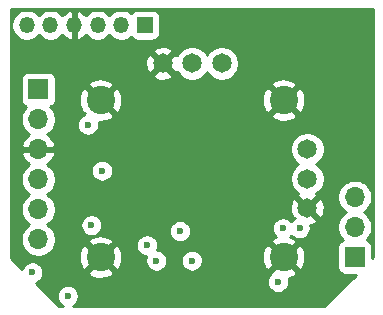
<source format=gbr>
G04 #@! TF.GenerationSoftware,KiCad,Pcbnew,(5.1.6-0-10_14)*
G04 #@! TF.CreationDate,2020-10-20T16:11:55+02:00*
G04 #@! TF.ProjectId,ProStick64_PCB_v6,50726f53-7469-4636-9b36-345f5043425f,rev?*
G04 #@! TF.SameCoordinates,Original*
G04 #@! TF.FileFunction,Copper,L3,Inr*
G04 #@! TF.FilePolarity,Positive*
%FSLAX46Y46*%
G04 Gerber Fmt 4.6, Leading zero omitted, Abs format (unit mm)*
G04 Created by KiCad (PCBNEW (5.1.6-0-10_14)) date 2020-10-20 16:11:55*
%MOMM*%
%LPD*%
G01*
G04 APERTURE LIST*
G04 #@! TA.AperFunction,ViaPad*
%ADD10R,1.700000X1.700000*%
G04 #@! TD*
G04 #@! TA.AperFunction,ViaPad*
%ADD11O,1.700000X1.700000*%
G04 #@! TD*
G04 #@! TA.AperFunction,ViaPad*
%ADD12C,1.650000*%
G04 #@! TD*
G04 #@! TA.AperFunction,ViaPad*
%ADD13C,2.400000*%
G04 #@! TD*
G04 #@! TA.AperFunction,ViaPad*
%ADD14R,1.350000X1.350000*%
G04 #@! TD*
G04 #@! TA.AperFunction,ViaPad*
%ADD15O,1.350000X1.350000*%
G04 #@! TD*
G04 #@! TA.AperFunction,ViaPad*
%ADD16C,1.000000*%
G04 #@! TD*
G04 #@! TA.AperFunction,ViaPad*
%ADD17C,0.600000*%
G04 #@! TD*
G04 #@! TA.AperFunction,Conductor*
%ADD18C,0.254000*%
G04 #@! TD*
G04 APERTURE END LIST*
D10*
X133000000Y-67500000D03*
D11*
X133000000Y-70040000D03*
X133000000Y-72580000D03*
X133000000Y-75120000D03*
X133000000Y-77660000D03*
X133000000Y-80200000D03*
D12*
X155775000Y-77559000D03*
X143525000Y-65309000D03*
X155775000Y-75059000D03*
X146025000Y-65309000D03*
X155775000Y-72559000D03*
X148525000Y-65309000D03*
D13*
X138275000Y-68409000D03*
X138275000Y-81709000D03*
X153775000Y-81709000D03*
X153775000Y-68409000D03*
D10*
X159800000Y-81700000D03*
D11*
X159800000Y-79160000D03*
X159800000Y-76620000D03*
D14*
X142025000Y-62059000D03*
D15*
X140025000Y-62059000D03*
X138025000Y-62059000D03*
X136025000Y-62059000D03*
X134025000Y-62059000D03*
X132025000Y-62059000D03*
D16*
X152960000Y-73859000D03*
D17*
X149400000Y-76800000D03*
X149200000Y-84500000D03*
X141000000Y-85000000D03*
X153300000Y-83800000D03*
X137500000Y-79000000D03*
X137200000Y-70500000D03*
X138400000Y-74380001D03*
X132500000Y-83000000D03*
X153725000Y-79259000D03*
X142200000Y-80700000D03*
X155125000Y-79259000D03*
X145000000Y-79500000D03*
X135500000Y-85000000D03*
X143000000Y-82000000D03*
X146000000Y-82000000D03*
D18*
G36*
X161340001Y-81726618D02*
G01*
X161288072Y-81778547D01*
X161288072Y-80850000D01*
X161275812Y-80725518D01*
X161239502Y-80605820D01*
X161180537Y-80495506D01*
X161101185Y-80398815D01*
X161004494Y-80319463D01*
X160894180Y-80260498D01*
X160821620Y-80238487D01*
X160953475Y-80106632D01*
X161115990Y-79863411D01*
X161227932Y-79593158D01*
X161285000Y-79306260D01*
X161285000Y-79013740D01*
X161227932Y-78726842D01*
X161115990Y-78456589D01*
X160953475Y-78213368D01*
X160746632Y-78006525D01*
X160572240Y-77890000D01*
X160746632Y-77773475D01*
X160953475Y-77566632D01*
X161115990Y-77323411D01*
X161227932Y-77053158D01*
X161285000Y-76766260D01*
X161285000Y-76473740D01*
X161227932Y-76186842D01*
X161115990Y-75916589D01*
X160953475Y-75673368D01*
X160746632Y-75466525D01*
X160503411Y-75304010D01*
X160233158Y-75192068D01*
X159946260Y-75135000D01*
X159653740Y-75135000D01*
X159366842Y-75192068D01*
X159096589Y-75304010D01*
X158853368Y-75466525D01*
X158646525Y-75673368D01*
X158484010Y-75916589D01*
X158372068Y-76186842D01*
X158315000Y-76473740D01*
X158315000Y-76766260D01*
X158372068Y-77053158D01*
X158484010Y-77323411D01*
X158646525Y-77566632D01*
X158853368Y-77773475D01*
X159027760Y-77890000D01*
X158853368Y-78006525D01*
X158646525Y-78213368D01*
X158484010Y-78456589D01*
X158372068Y-78726842D01*
X158315000Y-79013740D01*
X158315000Y-79306260D01*
X158372068Y-79593158D01*
X158484010Y-79863411D01*
X158646525Y-80106632D01*
X158778380Y-80238487D01*
X158705820Y-80260498D01*
X158595506Y-80319463D01*
X158498815Y-80398815D01*
X158419463Y-80495506D01*
X158360498Y-80605820D01*
X158324188Y-80725518D01*
X158311928Y-80850000D01*
X158311928Y-82550000D01*
X158324188Y-82674482D01*
X158360498Y-82794180D01*
X158419463Y-82904494D01*
X158498815Y-83001185D01*
X158595506Y-83080537D01*
X158705820Y-83139502D01*
X158825518Y-83175812D01*
X158950000Y-83188072D01*
X159878547Y-83188072D01*
X157226620Y-85840000D01*
X135915333Y-85840000D01*
X135942889Y-85828586D01*
X136096028Y-85726262D01*
X136226262Y-85596028D01*
X136328586Y-85442889D01*
X136399068Y-85272729D01*
X136435000Y-85092089D01*
X136435000Y-84907911D01*
X136399068Y-84727271D01*
X136328586Y-84557111D01*
X136226262Y-84403972D01*
X136096028Y-84273738D01*
X135942889Y-84171414D01*
X135772729Y-84100932D01*
X135592089Y-84065000D01*
X135407911Y-84065000D01*
X135227271Y-84100932D01*
X135057111Y-84171414D01*
X134903972Y-84273738D01*
X134773738Y-84403972D01*
X134671414Y-84557111D01*
X134600932Y-84727271D01*
X134565000Y-84907911D01*
X134565000Y-85092089D01*
X134600932Y-85272729D01*
X134671414Y-85442889D01*
X134773738Y-85596028D01*
X134903972Y-85726262D01*
X135057111Y-85828586D01*
X135084667Y-85840000D01*
X134773381Y-85840000D01*
X132814957Y-83881577D01*
X132942889Y-83828586D01*
X133096028Y-83726262D01*
X133114379Y-83707911D01*
X152365000Y-83707911D01*
X152365000Y-83892089D01*
X152400932Y-84072729D01*
X152471414Y-84242889D01*
X152573738Y-84396028D01*
X152703972Y-84526262D01*
X152857111Y-84628586D01*
X153027271Y-84699068D01*
X153207911Y-84735000D01*
X153392089Y-84735000D01*
X153572729Y-84699068D01*
X153742889Y-84628586D01*
X153896028Y-84526262D01*
X154026262Y-84396028D01*
X154128586Y-84242889D01*
X154199068Y-84072729D01*
X154235000Y-83892089D01*
X154235000Y-83707911D01*
X154199068Y-83527271D01*
X154190000Y-83505379D01*
X154530833Y-83390846D01*
X154753486Y-83271836D01*
X154873374Y-82986980D01*
X153775000Y-81888605D01*
X152676626Y-82986980D01*
X152711128Y-83068957D01*
X152703972Y-83073738D01*
X152573738Y-83203972D01*
X152471414Y-83357111D01*
X152400932Y-83527271D01*
X152365000Y-83707911D01*
X133114379Y-83707911D01*
X133226262Y-83596028D01*
X133328586Y-83442889D01*
X133399068Y-83272729D01*
X133435000Y-83092089D01*
X133435000Y-82986980D01*
X137176626Y-82986980D01*
X137296514Y-83271836D01*
X137620210Y-83432699D01*
X137969069Y-83527322D01*
X138329684Y-83552067D01*
X138688198Y-83505985D01*
X139030833Y-83390846D01*
X139253486Y-83271836D01*
X139373374Y-82986980D01*
X138275000Y-81888605D01*
X137176626Y-82986980D01*
X133435000Y-82986980D01*
X133435000Y-82907911D01*
X133399068Y-82727271D01*
X133328586Y-82557111D01*
X133226262Y-82403972D01*
X133096028Y-82273738D01*
X132942889Y-82171414D01*
X132772729Y-82100932D01*
X132592089Y-82065000D01*
X132407911Y-82065000D01*
X132227271Y-82100932D01*
X132057111Y-82171414D01*
X131903972Y-82273738D01*
X131773738Y-82403972D01*
X131671414Y-82557111D01*
X131618423Y-82685043D01*
X130697064Y-81763684D01*
X136431933Y-81763684D01*
X136478015Y-82122198D01*
X136593154Y-82464833D01*
X136712164Y-82687486D01*
X136997020Y-82807374D01*
X138095395Y-81709000D01*
X138454605Y-81709000D01*
X139552980Y-82807374D01*
X139837836Y-82687486D01*
X139998699Y-82363790D01*
X140093322Y-82014931D01*
X140118067Y-81654316D01*
X140071985Y-81295802D01*
X139956846Y-80953167D01*
X139837836Y-80730514D01*
X139552980Y-80610626D01*
X138454605Y-81709000D01*
X138095395Y-81709000D01*
X136997020Y-80610626D01*
X136712164Y-80730514D01*
X136551301Y-81054210D01*
X136456678Y-81403069D01*
X136431933Y-81763684D01*
X130697064Y-81763684D01*
X130660000Y-81726620D01*
X130660000Y-74973740D01*
X131515000Y-74973740D01*
X131515000Y-75266260D01*
X131572068Y-75553158D01*
X131684010Y-75823411D01*
X131846525Y-76066632D01*
X132053368Y-76273475D01*
X132227760Y-76390000D01*
X132053368Y-76506525D01*
X131846525Y-76713368D01*
X131684010Y-76956589D01*
X131572068Y-77226842D01*
X131515000Y-77513740D01*
X131515000Y-77806260D01*
X131572068Y-78093158D01*
X131684010Y-78363411D01*
X131846525Y-78606632D01*
X132053368Y-78813475D01*
X132227760Y-78930000D01*
X132053368Y-79046525D01*
X131846525Y-79253368D01*
X131684010Y-79496589D01*
X131572068Y-79766842D01*
X131515000Y-80053740D01*
X131515000Y-80346260D01*
X131572068Y-80633158D01*
X131684010Y-80903411D01*
X131846525Y-81146632D01*
X132053368Y-81353475D01*
X132296589Y-81515990D01*
X132566842Y-81627932D01*
X132853740Y-81685000D01*
X133146260Y-81685000D01*
X133433158Y-81627932D01*
X133703411Y-81515990D01*
X133946632Y-81353475D01*
X134153475Y-81146632D01*
X134315990Y-80903411D01*
X134427932Y-80633158D01*
X134468140Y-80431020D01*
X137176626Y-80431020D01*
X138275000Y-81529395D01*
X139196483Y-80607911D01*
X141265000Y-80607911D01*
X141265000Y-80792089D01*
X141300932Y-80972729D01*
X141371414Y-81142889D01*
X141473738Y-81296028D01*
X141603972Y-81426262D01*
X141757111Y-81528586D01*
X141927271Y-81599068D01*
X142107911Y-81635000D01*
X142139152Y-81635000D01*
X142100932Y-81727271D01*
X142065000Y-81907911D01*
X142065000Y-82092089D01*
X142100932Y-82272729D01*
X142171414Y-82442889D01*
X142273738Y-82596028D01*
X142403972Y-82726262D01*
X142557111Y-82828586D01*
X142727271Y-82899068D01*
X142907911Y-82935000D01*
X143092089Y-82935000D01*
X143272729Y-82899068D01*
X143442889Y-82828586D01*
X143596028Y-82726262D01*
X143726262Y-82596028D01*
X143828586Y-82442889D01*
X143899068Y-82272729D01*
X143935000Y-82092089D01*
X143935000Y-81907911D01*
X145065000Y-81907911D01*
X145065000Y-82092089D01*
X145100932Y-82272729D01*
X145171414Y-82442889D01*
X145273738Y-82596028D01*
X145403972Y-82726262D01*
X145557111Y-82828586D01*
X145727271Y-82899068D01*
X145907911Y-82935000D01*
X146092089Y-82935000D01*
X146272729Y-82899068D01*
X146442889Y-82828586D01*
X146596028Y-82726262D01*
X146726262Y-82596028D01*
X146828586Y-82442889D01*
X146899068Y-82272729D01*
X146935000Y-82092089D01*
X146935000Y-81907911D01*
X146906312Y-81763684D01*
X151931933Y-81763684D01*
X151978015Y-82122198D01*
X152093154Y-82464833D01*
X152212164Y-82687486D01*
X152497020Y-82807374D01*
X153595395Y-81709000D01*
X153954605Y-81709000D01*
X155052980Y-82807374D01*
X155337836Y-82687486D01*
X155498699Y-82363790D01*
X155593322Y-82014931D01*
X155618067Y-81654316D01*
X155571985Y-81295802D01*
X155456846Y-80953167D01*
X155337836Y-80730514D01*
X155052980Y-80610626D01*
X153954605Y-81709000D01*
X153595395Y-81709000D01*
X152497020Y-80610626D01*
X152212164Y-80730514D01*
X152051301Y-81054210D01*
X151956678Y-81403069D01*
X151931933Y-81763684D01*
X146906312Y-81763684D01*
X146899068Y-81727271D01*
X146828586Y-81557111D01*
X146726262Y-81403972D01*
X146596028Y-81273738D01*
X146442889Y-81171414D01*
X146272729Y-81100932D01*
X146092089Y-81065000D01*
X145907911Y-81065000D01*
X145727271Y-81100932D01*
X145557111Y-81171414D01*
X145403972Y-81273738D01*
X145273738Y-81403972D01*
X145171414Y-81557111D01*
X145100932Y-81727271D01*
X145065000Y-81907911D01*
X143935000Y-81907911D01*
X143899068Y-81727271D01*
X143828586Y-81557111D01*
X143726262Y-81403972D01*
X143596028Y-81273738D01*
X143442889Y-81171414D01*
X143272729Y-81100932D01*
X143092089Y-81065000D01*
X143060848Y-81065000D01*
X143099068Y-80972729D01*
X143135000Y-80792089D01*
X143135000Y-80607911D01*
X143099068Y-80427271D01*
X143028586Y-80257111D01*
X142926262Y-80103972D01*
X142796028Y-79973738D01*
X142642889Y-79871414D01*
X142472729Y-79800932D01*
X142292089Y-79765000D01*
X142107911Y-79765000D01*
X141927271Y-79800932D01*
X141757111Y-79871414D01*
X141603972Y-79973738D01*
X141473738Y-80103972D01*
X141371414Y-80257111D01*
X141300932Y-80427271D01*
X141265000Y-80607911D01*
X139196483Y-80607911D01*
X139373374Y-80431020D01*
X139253486Y-80146164D01*
X138929790Y-79985301D01*
X138580931Y-79890678D01*
X138220316Y-79865933D01*
X137861802Y-79912015D01*
X137519167Y-80027154D01*
X137296514Y-80146164D01*
X137176626Y-80431020D01*
X134468140Y-80431020D01*
X134485000Y-80346260D01*
X134485000Y-80053740D01*
X134427932Y-79766842D01*
X134315990Y-79496589D01*
X134153475Y-79253368D01*
X133946632Y-79046525D01*
X133772240Y-78930000D01*
X133805298Y-78907911D01*
X136565000Y-78907911D01*
X136565000Y-79092089D01*
X136600932Y-79272729D01*
X136671414Y-79442889D01*
X136773738Y-79596028D01*
X136903972Y-79726262D01*
X137057111Y-79828586D01*
X137227271Y-79899068D01*
X137407911Y-79935000D01*
X137592089Y-79935000D01*
X137772729Y-79899068D01*
X137942889Y-79828586D01*
X138096028Y-79726262D01*
X138226262Y-79596028D01*
X138328586Y-79442889D01*
X138343074Y-79407911D01*
X144065000Y-79407911D01*
X144065000Y-79592089D01*
X144100932Y-79772729D01*
X144171414Y-79942889D01*
X144273738Y-80096028D01*
X144403972Y-80226262D01*
X144557111Y-80328586D01*
X144727271Y-80399068D01*
X144907911Y-80435000D01*
X145092089Y-80435000D01*
X145112097Y-80431020D01*
X152676626Y-80431020D01*
X153775000Y-81529395D01*
X154873374Y-80431020D01*
X154753486Y-80146164D01*
X154429790Y-79985301D01*
X154344203Y-79962087D01*
X154425000Y-79881290D01*
X154528972Y-79985262D01*
X154682111Y-80087586D01*
X154852271Y-80158068D01*
X155032911Y-80194000D01*
X155217089Y-80194000D01*
X155397729Y-80158068D01*
X155567889Y-80087586D01*
X155721028Y-79985262D01*
X155851262Y-79855028D01*
X155953586Y-79701889D01*
X156024068Y-79531729D01*
X156060000Y-79351089D01*
X156060000Y-79166911D01*
X156026353Y-78997758D01*
X156129074Y-78982697D01*
X156400020Y-78886265D01*
X156531337Y-78816073D01*
X156605946Y-78569551D01*
X155775000Y-77738605D01*
X155760858Y-77752748D01*
X155581253Y-77573143D01*
X155595395Y-77559000D01*
X155954605Y-77559000D01*
X156785551Y-78389946D01*
X157032073Y-78315337D01*
X157155473Y-78055561D01*
X157225823Y-77776703D01*
X157240417Y-77489479D01*
X157198697Y-77204926D01*
X157102265Y-76933980D01*
X157032073Y-76802663D01*
X156785551Y-76728054D01*
X155954605Y-77559000D01*
X155595395Y-77559000D01*
X154764449Y-76728054D01*
X154517927Y-76802663D01*
X154394527Y-77062439D01*
X154324177Y-77341297D01*
X154309583Y-77628521D01*
X154351303Y-77913074D01*
X154447735Y-78184020D01*
X154517927Y-78315337D01*
X154764447Y-78389945D01*
X154753582Y-78400810D01*
X154682111Y-78430414D01*
X154528972Y-78532738D01*
X154425000Y-78636710D01*
X154321028Y-78532738D01*
X154167889Y-78430414D01*
X153997729Y-78359932D01*
X153817089Y-78324000D01*
X153632911Y-78324000D01*
X153452271Y-78359932D01*
X153282111Y-78430414D01*
X153128972Y-78532738D01*
X152998738Y-78662972D01*
X152896414Y-78816111D01*
X152825932Y-78986271D01*
X152790000Y-79166911D01*
X152790000Y-79351089D01*
X152825932Y-79531729D01*
X152896414Y-79701889D01*
X152998738Y-79855028D01*
X153128972Y-79985262D01*
X153133944Y-79988584D01*
X153019167Y-80027154D01*
X152796514Y-80146164D01*
X152676626Y-80431020D01*
X145112097Y-80431020D01*
X145272729Y-80399068D01*
X145442889Y-80328586D01*
X145596028Y-80226262D01*
X145726262Y-80096028D01*
X145828586Y-79942889D01*
X145899068Y-79772729D01*
X145935000Y-79592089D01*
X145935000Y-79407911D01*
X145899068Y-79227271D01*
X145828586Y-79057111D01*
X145726262Y-78903972D01*
X145596028Y-78773738D01*
X145442889Y-78671414D01*
X145272729Y-78600932D01*
X145092089Y-78565000D01*
X144907911Y-78565000D01*
X144727271Y-78600932D01*
X144557111Y-78671414D01*
X144403972Y-78773738D01*
X144273738Y-78903972D01*
X144171414Y-79057111D01*
X144100932Y-79227271D01*
X144065000Y-79407911D01*
X138343074Y-79407911D01*
X138399068Y-79272729D01*
X138435000Y-79092089D01*
X138435000Y-78907911D01*
X138399068Y-78727271D01*
X138328586Y-78557111D01*
X138226262Y-78403972D01*
X138096028Y-78273738D01*
X137942889Y-78171414D01*
X137772729Y-78100932D01*
X137592089Y-78065000D01*
X137407911Y-78065000D01*
X137227271Y-78100932D01*
X137057111Y-78171414D01*
X136903972Y-78273738D01*
X136773738Y-78403972D01*
X136671414Y-78557111D01*
X136600932Y-78727271D01*
X136565000Y-78907911D01*
X133805298Y-78907911D01*
X133946632Y-78813475D01*
X134153475Y-78606632D01*
X134315990Y-78363411D01*
X134427932Y-78093158D01*
X134485000Y-77806260D01*
X134485000Y-77513740D01*
X134427932Y-77226842D01*
X134315990Y-76956589D01*
X134153475Y-76713368D01*
X133946632Y-76506525D01*
X133772240Y-76390000D01*
X133946632Y-76273475D01*
X134153475Y-76066632D01*
X134315990Y-75823411D01*
X134427932Y-75553158D01*
X134485000Y-75266260D01*
X134485000Y-74973740D01*
X134427932Y-74686842D01*
X134315990Y-74416589D01*
X134230011Y-74287912D01*
X137465000Y-74287912D01*
X137465000Y-74472090D01*
X137500932Y-74652730D01*
X137571414Y-74822890D01*
X137673738Y-74976029D01*
X137803972Y-75106263D01*
X137957111Y-75208587D01*
X138127271Y-75279069D01*
X138307911Y-75315001D01*
X138492089Y-75315001D01*
X138672729Y-75279069D01*
X138842889Y-75208587D01*
X138996028Y-75106263D01*
X139126262Y-74976029D01*
X139228586Y-74822890D01*
X139299068Y-74652730D01*
X139335000Y-74472090D01*
X139335000Y-74287912D01*
X139299068Y-74107272D01*
X139228586Y-73937112D01*
X139126262Y-73783973D01*
X138996028Y-73653739D01*
X138842889Y-73551415D01*
X138672729Y-73480933D01*
X138492089Y-73445001D01*
X138307911Y-73445001D01*
X138127271Y-73480933D01*
X137957111Y-73551415D01*
X137803972Y-73653739D01*
X137673738Y-73783973D01*
X137571414Y-73937112D01*
X137500932Y-74107272D01*
X137465000Y-74287912D01*
X134230011Y-74287912D01*
X134153475Y-74173368D01*
X133946632Y-73966525D01*
X133764466Y-73844805D01*
X133881355Y-73775178D01*
X134097588Y-73580269D01*
X134271641Y-73346920D01*
X134396825Y-73084099D01*
X134441476Y-72936890D01*
X134320155Y-72707000D01*
X133127000Y-72707000D01*
X133127000Y-72727000D01*
X132873000Y-72727000D01*
X132873000Y-72707000D01*
X131679845Y-72707000D01*
X131558524Y-72936890D01*
X131603175Y-73084099D01*
X131728359Y-73346920D01*
X131902412Y-73580269D01*
X132118645Y-73775178D01*
X132235534Y-73844805D01*
X132053368Y-73966525D01*
X131846525Y-74173368D01*
X131684010Y-74416589D01*
X131572068Y-74686842D01*
X131515000Y-74973740D01*
X130660000Y-74973740D01*
X130660000Y-66650000D01*
X131511928Y-66650000D01*
X131511928Y-68350000D01*
X131524188Y-68474482D01*
X131560498Y-68594180D01*
X131619463Y-68704494D01*
X131698815Y-68801185D01*
X131795506Y-68880537D01*
X131905820Y-68939502D01*
X131978380Y-68961513D01*
X131846525Y-69093368D01*
X131684010Y-69336589D01*
X131572068Y-69606842D01*
X131515000Y-69893740D01*
X131515000Y-70186260D01*
X131572068Y-70473158D01*
X131684010Y-70743411D01*
X131846525Y-70986632D01*
X132053368Y-71193475D01*
X132235534Y-71315195D01*
X132118645Y-71384822D01*
X131902412Y-71579731D01*
X131728359Y-71813080D01*
X131603175Y-72075901D01*
X131558524Y-72223110D01*
X131679845Y-72453000D01*
X132873000Y-72453000D01*
X132873000Y-72433000D01*
X133127000Y-72433000D01*
X133127000Y-72453000D01*
X134320155Y-72453000D01*
X134340101Y-72415203D01*
X154315000Y-72415203D01*
X154315000Y-72702797D01*
X154371107Y-72984866D01*
X154481165Y-73250569D01*
X154640944Y-73489696D01*
X154844304Y-73693056D01*
X155017827Y-73809000D01*
X154844304Y-73924944D01*
X154640944Y-74128304D01*
X154481165Y-74367431D01*
X154371107Y-74633134D01*
X154315000Y-74915203D01*
X154315000Y-75202797D01*
X154371107Y-75484866D01*
X154481165Y-75750569D01*
X154640944Y-75989696D01*
X154844304Y-76193056D01*
X155016742Y-76308275D01*
X154944054Y-76548449D01*
X155775000Y-77379395D01*
X156605946Y-76548449D01*
X156533258Y-76308275D01*
X156705696Y-76193056D01*
X156909056Y-75989696D01*
X157068835Y-75750569D01*
X157178893Y-75484866D01*
X157235000Y-75202797D01*
X157235000Y-74915203D01*
X157178893Y-74633134D01*
X157068835Y-74367431D01*
X156909056Y-74128304D01*
X156705696Y-73924944D01*
X156532173Y-73809000D01*
X156705696Y-73693056D01*
X156909056Y-73489696D01*
X157068835Y-73250569D01*
X157178893Y-72984866D01*
X157235000Y-72702797D01*
X157235000Y-72415203D01*
X157178893Y-72133134D01*
X157068835Y-71867431D01*
X156909056Y-71628304D01*
X156705696Y-71424944D01*
X156466569Y-71265165D01*
X156200866Y-71155107D01*
X155918797Y-71099000D01*
X155631203Y-71099000D01*
X155349134Y-71155107D01*
X155083431Y-71265165D01*
X154844304Y-71424944D01*
X154640944Y-71628304D01*
X154481165Y-71867431D01*
X154371107Y-72133134D01*
X154315000Y-72415203D01*
X134340101Y-72415203D01*
X134441476Y-72223110D01*
X134396825Y-72075901D01*
X134271641Y-71813080D01*
X134097588Y-71579731D01*
X133881355Y-71384822D01*
X133764466Y-71315195D01*
X133946632Y-71193475D01*
X134153475Y-70986632D01*
X134315990Y-70743411D01*
X134427932Y-70473158D01*
X134440910Y-70407911D01*
X136265000Y-70407911D01*
X136265000Y-70592089D01*
X136300932Y-70772729D01*
X136371414Y-70942889D01*
X136473738Y-71096028D01*
X136603972Y-71226262D01*
X136757111Y-71328586D01*
X136927271Y-71399068D01*
X137107911Y-71435000D01*
X137292089Y-71435000D01*
X137472729Y-71399068D01*
X137642889Y-71328586D01*
X137796028Y-71226262D01*
X137926262Y-71096028D01*
X138028586Y-70942889D01*
X138099068Y-70772729D01*
X138135000Y-70592089D01*
X138135000Y-70407911D01*
X138100877Y-70236367D01*
X138329684Y-70252067D01*
X138688198Y-70205985D01*
X139030833Y-70090846D01*
X139253486Y-69971836D01*
X139373374Y-69686980D01*
X152676626Y-69686980D01*
X152796514Y-69971836D01*
X153120210Y-70132699D01*
X153469069Y-70227322D01*
X153829684Y-70252067D01*
X154188198Y-70205985D01*
X154530833Y-70090846D01*
X154753486Y-69971836D01*
X154873374Y-69686980D01*
X153775000Y-68588605D01*
X152676626Y-69686980D01*
X139373374Y-69686980D01*
X138275000Y-68588605D01*
X138260858Y-68602748D01*
X138081252Y-68423142D01*
X138095395Y-68409000D01*
X138454605Y-68409000D01*
X139552980Y-69507374D01*
X139837836Y-69387486D01*
X139998699Y-69063790D01*
X140093322Y-68714931D01*
X140110562Y-68463684D01*
X151931933Y-68463684D01*
X151978015Y-68822198D01*
X152093154Y-69164833D01*
X152212164Y-69387486D01*
X152497020Y-69507374D01*
X153595395Y-68409000D01*
X153954605Y-68409000D01*
X155052980Y-69507374D01*
X155337836Y-69387486D01*
X155498699Y-69063790D01*
X155593322Y-68714931D01*
X155618067Y-68354316D01*
X155571985Y-67995802D01*
X155456846Y-67653167D01*
X155337836Y-67430514D01*
X155052980Y-67310626D01*
X153954605Y-68409000D01*
X153595395Y-68409000D01*
X152497020Y-67310626D01*
X152212164Y-67430514D01*
X152051301Y-67754210D01*
X151956678Y-68103069D01*
X151931933Y-68463684D01*
X140110562Y-68463684D01*
X140118067Y-68354316D01*
X140071985Y-67995802D01*
X139956846Y-67653167D01*
X139837836Y-67430514D01*
X139552980Y-67310626D01*
X138454605Y-68409000D01*
X138095395Y-68409000D01*
X136997020Y-67310626D01*
X136712164Y-67430514D01*
X136551301Y-67754210D01*
X136456678Y-68103069D01*
X136431933Y-68463684D01*
X136478015Y-68822198D01*
X136593154Y-69164833D01*
X136712164Y-69387486D01*
X136997019Y-69507373D01*
X136886623Y-69617769D01*
X136757111Y-69671414D01*
X136603972Y-69773738D01*
X136473738Y-69903972D01*
X136371414Y-70057111D01*
X136300932Y-70227271D01*
X136265000Y-70407911D01*
X134440910Y-70407911D01*
X134485000Y-70186260D01*
X134485000Y-69893740D01*
X134427932Y-69606842D01*
X134315990Y-69336589D01*
X134153475Y-69093368D01*
X134021620Y-68961513D01*
X134094180Y-68939502D01*
X134204494Y-68880537D01*
X134301185Y-68801185D01*
X134380537Y-68704494D01*
X134439502Y-68594180D01*
X134475812Y-68474482D01*
X134488072Y-68350000D01*
X134488072Y-67131020D01*
X137176626Y-67131020D01*
X138275000Y-68229395D01*
X139373374Y-67131020D01*
X152676626Y-67131020D01*
X153775000Y-68229395D01*
X154873374Y-67131020D01*
X154753486Y-66846164D01*
X154429790Y-66685301D01*
X154080931Y-66590678D01*
X153720316Y-66565933D01*
X153361802Y-66612015D01*
X153019167Y-66727154D01*
X152796514Y-66846164D01*
X152676626Y-67131020D01*
X139373374Y-67131020D01*
X139253486Y-66846164D01*
X138929790Y-66685301D01*
X138580931Y-66590678D01*
X138220316Y-66565933D01*
X137861802Y-66612015D01*
X137519167Y-66727154D01*
X137296514Y-66846164D01*
X137176626Y-67131020D01*
X134488072Y-67131020D01*
X134488072Y-66650000D01*
X134475812Y-66525518D01*
X134439502Y-66405820D01*
X134393390Y-66319551D01*
X142694054Y-66319551D01*
X142768663Y-66566073D01*
X143028439Y-66689473D01*
X143307297Y-66759823D01*
X143594521Y-66774417D01*
X143879074Y-66732697D01*
X144150020Y-66636265D01*
X144281337Y-66566073D01*
X144355946Y-66319551D01*
X143525000Y-65488605D01*
X142694054Y-66319551D01*
X134393390Y-66319551D01*
X134380537Y-66295506D01*
X134301185Y-66198815D01*
X134204494Y-66119463D01*
X134094180Y-66060498D01*
X133974482Y-66024188D01*
X133850000Y-66011928D01*
X132150000Y-66011928D01*
X132025518Y-66024188D01*
X131905820Y-66060498D01*
X131795506Y-66119463D01*
X131698815Y-66198815D01*
X131619463Y-66295506D01*
X131560498Y-66405820D01*
X131524188Y-66525518D01*
X131511928Y-66650000D01*
X130660000Y-66650000D01*
X130660000Y-65378521D01*
X142059583Y-65378521D01*
X142101303Y-65663074D01*
X142197735Y-65934020D01*
X142267927Y-66065337D01*
X142514449Y-66139946D01*
X143345395Y-65309000D01*
X143704605Y-65309000D01*
X144535551Y-66139946D01*
X144775725Y-66067258D01*
X144890944Y-66239696D01*
X145094304Y-66443056D01*
X145333431Y-66602835D01*
X145599134Y-66712893D01*
X145881203Y-66769000D01*
X146168797Y-66769000D01*
X146450866Y-66712893D01*
X146716569Y-66602835D01*
X146955696Y-66443056D01*
X147159056Y-66239696D01*
X147275000Y-66066173D01*
X147390944Y-66239696D01*
X147594304Y-66443056D01*
X147833431Y-66602835D01*
X148099134Y-66712893D01*
X148381203Y-66769000D01*
X148668797Y-66769000D01*
X148950866Y-66712893D01*
X149216569Y-66602835D01*
X149455696Y-66443056D01*
X149659056Y-66239696D01*
X149818835Y-66000569D01*
X149928893Y-65734866D01*
X149985000Y-65452797D01*
X149985000Y-65165203D01*
X149928893Y-64883134D01*
X149818835Y-64617431D01*
X149659056Y-64378304D01*
X149455696Y-64174944D01*
X149216569Y-64015165D01*
X148950866Y-63905107D01*
X148668797Y-63849000D01*
X148381203Y-63849000D01*
X148099134Y-63905107D01*
X147833431Y-64015165D01*
X147594304Y-64174944D01*
X147390944Y-64378304D01*
X147275000Y-64551827D01*
X147159056Y-64378304D01*
X146955696Y-64174944D01*
X146716569Y-64015165D01*
X146450866Y-63905107D01*
X146168797Y-63849000D01*
X145881203Y-63849000D01*
X145599134Y-63905107D01*
X145333431Y-64015165D01*
X145094304Y-64174944D01*
X144890944Y-64378304D01*
X144775725Y-64550742D01*
X144535551Y-64478054D01*
X143704605Y-65309000D01*
X143345395Y-65309000D01*
X142514449Y-64478054D01*
X142267927Y-64552663D01*
X142144527Y-64812439D01*
X142074177Y-65091297D01*
X142059583Y-65378521D01*
X130660000Y-65378521D01*
X130660000Y-64298449D01*
X142694054Y-64298449D01*
X143525000Y-65129395D01*
X144355946Y-64298449D01*
X144281337Y-64051927D01*
X144021561Y-63928527D01*
X143742703Y-63858177D01*
X143455479Y-63843583D01*
X143170926Y-63885303D01*
X142899980Y-63981735D01*
X142768663Y-64051927D01*
X142694054Y-64298449D01*
X130660000Y-64298449D01*
X130660000Y-61929976D01*
X130715000Y-61929976D01*
X130715000Y-62188024D01*
X130765342Y-62441113D01*
X130864093Y-62679518D01*
X131007456Y-62894077D01*
X131189923Y-63076544D01*
X131404482Y-63219907D01*
X131642887Y-63318658D01*
X131895976Y-63369000D01*
X132154024Y-63369000D01*
X132407113Y-63318658D01*
X132645518Y-63219907D01*
X132860077Y-63076544D01*
X133025000Y-62911621D01*
X133189923Y-63076544D01*
X133404482Y-63219907D01*
X133642887Y-63318658D01*
X133895976Y-63369000D01*
X134154024Y-63369000D01*
X134407113Y-63318658D01*
X134645518Y-63219907D01*
X134860077Y-63076544D01*
X135031681Y-62904940D01*
X135153773Y-63037303D01*
X135361371Y-63188473D01*
X135594472Y-63296238D01*
X135695600Y-63326910D01*
X135898000Y-63203224D01*
X135898000Y-62186000D01*
X135878000Y-62186000D01*
X135878000Y-61932000D01*
X135898000Y-61932000D01*
X135898000Y-60914776D01*
X136152000Y-60914776D01*
X136152000Y-61932000D01*
X136172000Y-61932000D01*
X136172000Y-62186000D01*
X136152000Y-62186000D01*
X136152000Y-63203224D01*
X136354400Y-63326910D01*
X136455528Y-63296238D01*
X136688629Y-63188473D01*
X136896227Y-63037303D01*
X137018319Y-62904940D01*
X137189923Y-63076544D01*
X137404482Y-63219907D01*
X137642887Y-63318658D01*
X137895976Y-63369000D01*
X138154024Y-63369000D01*
X138407113Y-63318658D01*
X138645518Y-63219907D01*
X138860077Y-63076544D01*
X139025000Y-62911621D01*
X139189923Y-63076544D01*
X139404482Y-63219907D01*
X139642887Y-63318658D01*
X139895976Y-63369000D01*
X140154024Y-63369000D01*
X140407113Y-63318658D01*
X140645518Y-63219907D01*
X140827513Y-63098303D01*
X140898815Y-63185185D01*
X140995506Y-63264537D01*
X141105820Y-63323502D01*
X141225518Y-63359812D01*
X141350000Y-63372072D01*
X142700000Y-63372072D01*
X142824482Y-63359812D01*
X142944180Y-63323502D01*
X143054494Y-63264537D01*
X143151185Y-63185185D01*
X143230537Y-63088494D01*
X143289502Y-62978180D01*
X143325812Y-62858482D01*
X143338072Y-62734000D01*
X143338072Y-61384000D01*
X143325812Y-61259518D01*
X143289502Y-61139820D01*
X143230537Y-61029506D01*
X143151185Y-60932815D01*
X143054494Y-60853463D01*
X142944180Y-60794498D01*
X142824482Y-60758188D01*
X142700000Y-60745928D01*
X141350000Y-60745928D01*
X141225518Y-60758188D01*
X141105820Y-60794498D01*
X140995506Y-60853463D01*
X140898815Y-60932815D01*
X140827513Y-61019697D01*
X140645518Y-60898093D01*
X140407113Y-60799342D01*
X140154024Y-60749000D01*
X139895976Y-60749000D01*
X139642887Y-60799342D01*
X139404482Y-60898093D01*
X139189923Y-61041456D01*
X139025000Y-61206379D01*
X138860077Y-61041456D01*
X138645518Y-60898093D01*
X138407113Y-60799342D01*
X138154024Y-60749000D01*
X137895976Y-60749000D01*
X137642887Y-60799342D01*
X137404482Y-60898093D01*
X137189923Y-61041456D01*
X137018319Y-61213060D01*
X136896227Y-61080697D01*
X136688629Y-60929527D01*
X136455528Y-60821762D01*
X136354400Y-60791090D01*
X136152000Y-60914776D01*
X135898000Y-60914776D01*
X135695600Y-60791090D01*
X135594472Y-60821762D01*
X135361371Y-60929527D01*
X135153773Y-61080697D01*
X135031681Y-61213060D01*
X134860077Y-61041456D01*
X134645518Y-60898093D01*
X134407113Y-60799342D01*
X134154024Y-60749000D01*
X133895976Y-60749000D01*
X133642887Y-60799342D01*
X133404482Y-60898093D01*
X133189923Y-61041456D01*
X133025000Y-61206379D01*
X132860077Y-61041456D01*
X132645518Y-60898093D01*
X132407113Y-60799342D01*
X132154024Y-60749000D01*
X131895976Y-60749000D01*
X131642887Y-60799342D01*
X131404482Y-60898093D01*
X131189923Y-61041456D01*
X131007456Y-61223923D01*
X130864093Y-61438482D01*
X130765342Y-61676887D01*
X130715000Y-61929976D01*
X130660000Y-61929976D01*
X130660000Y-60660000D01*
X161340000Y-60660000D01*
X161340001Y-81726618D01*
G37*
X161340001Y-81726618D02*
X161288072Y-81778547D01*
X161288072Y-80850000D01*
X161275812Y-80725518D01*
X161239502Y-80605820D01*
X161180537Y-80495506D01*
X161101185Y-80398815D01*
X161004494Y-80319463D01*
X160894180Y-80260498D01*
X160821620Y-80238487D01*
X160953475Y-80106632D01*
X161115990Y-79863411D01*
X161227932Y-79593158D01*
X161285000Y-79306260D01*
X161285000Y-79013740D01*
X161227932Y-78726842D01*
X161115990Y-78456589D01*
X160953475Y-78213368D01*
X160746632Y-78006525D01*
X160572240Y-77890000D01*
X160746632Y-77773475D01*
X160953475Y-77566632D01*
X161115990Y-77323411D01*
X161227932Y-77053158D01*
X161285000Y-76766260D01*
X161285000Y-76473740D01*
X161227932Y-76186842D01*
X161115990Y-75916589D01*
X160953475Y-75673368D01*
X160746632Y-75466525D01*
X160503411Y-75304010D01*
X160233158Y-75192068D01*
X159946260Y-75135000D01*
X159653740Y-75135000D01*
X159366842Y-75192068D01*
X159096589Y-75304010D01*
X158853368Y-75466525D01*
X158646525Y-75673368D01*
X158484010Y-75916589D01*
X158372068Y-76186842D01*
X158315000Y-76473740D01*
X158315000Y-76766260D01*
X158372068Y-77053158D01*
X158484010Y-77323411D01*
X158646525Y-77566632D01*
X158853368Y-77773475D01*
X159027760Y-77890000D01*
X158853368Y-78006525D01*
X158646525Y-78213368D01*
X158484010Y-78456589D01*
X158372068Y-78726842D01*
X158315000Y-79013740D01*
X158315000Y-79306260D01*
X158372068Y-79593158D01*
X158484010Y-79863411D01*
X158646525Y-80106632D01*
X158778380Y-80238487D01*
X158705820Y-80260498D01*
X158595506Y-80319463D01*
X158498815Y-80398815D01*
X158419463Y-80495506D01*
X158360498Y-80605820D01*
X158324188Y-80725518D01*
X158311928Y-80850000D01*
X158311928Y-82550000D01*
X158324188Y-82674482D01*
X158360498Y-82794180D01*
X158419463Y-82904494D01*
X158498815Y-83001185D01*
X158595506Y-83080537D01*
X158705820Y-83139502D01*
X158825518Y-83175812D01*
X158950000Y-83188072D01*
X159878547Y-83188072D01*
X157226620Y-85840000D01*
X135915333Y-85840000D01*
X135942889Y-85828586D01*
X136096028Y-85726262D01*
X136226262Y-85596028D01*
X136328586Y-85442889D01*
X136399068Y-85272729D01*
X136435000Y-85092089D01*
X136435000Y-84907911D01*
X136399068Y-84727271D01*
X136328586Y-84557111D01*
X136226262Y-84403972D01*
X136096028Y-84273738D01*
X135942889Y-84171414D01*
X135772729Y-84100932D01*
X135592089Y-84065000D01*
X135407911Y-84065000D01*
X135227271Y-84100932D01*
X135057111Y-84171414D01*
X134903972Y-84273738D01*
X134773738Y-84403972D01*
X134671414Y-84557111D01*
X134600932Y-84727271D01*
X134565000Y-84907911D01*
X134565000Y-85092089D01*
X134600932Y-85272729D01*
X134671414Y-85442889D01*
X134773738Y-85596028D01*
X134903972Y-85726262D01*
X135057111Y-85828586D01*
X135084667Y-85840000D01*
X134773381Y-85840000D01*
X132814957Y-83881577D01*
X132942889Y-83828586D01*
X133096028Y-83726262D01*
X133114379Y-83707911D01*
X152365000Y-83707911D01*
X152365000Y-83892089D01*
X152400932Y-84072729D01*
X152471414Y-84242889D01*
X152573738Y-84396028D01*
X152703972Y-84526262D01*
X152857111Y-84628586D01*
X153027271Y-84699068D01*
X153207911Y-84735000D01*
X153392089Y-84735000D01*
X153572729Y-84699068D01*
X153742889Y-84628586D01*
X153896028Y-84526262D01*
X154026262Y-84396028D01*
X154128586Y-84242889D01*
X154199068Y-84072729D01*
X154235000Y-83892089D01*
X154235000Y-83707911D01*
X154199068Y-83527271D01*
X154190000Y-83505379D01*
X154530833Y-83390846D01*
X154753486Y-83271836D01*
X154873374Y-82986980D01*
X153775000Y-81888605D01*
X152676626Y-82986980D01*
X152711128Y-83068957D01*
X152703972Y-83073738D01*
X152573738Y-83203972D01*
X152471414Y-83357111D01*
X152400932Y-83527271D01*
X152365000Y-83707911D01*
X133114379Y-83707911D01*
X133226262Y-83596028D01*
X133328586Y-83442889D01*
X133399068Y-83272729D01*
X133435000Y-83092089D01*
X133435000Y-82986980D01*
X137176626Y-82986980D01*
X137296514Y-83271836D01*
X137620210Y-83432699D01*
X137969069Y-83527322D01*
X138329684Y-83552067D01*
X138688198Y-83505985D01*
X139030833Y-83390846D01*
X139253486Y-83271836D01*
X139373374Y-82986980D01*
X138275000Y-81888605D01*
X137176626Y-82986980D01*
X133435000Y-82986980D01*
X133435000Y-82907911D01*
X133399068Y-82727271D01*
X133328586Y-82557111D01*
X133226262Y-82403972D01*
X133096028Y-82273738D01*
X132942889Y-82171414D01*
X132772729Y-82100932D01*
X132592089Y-82065000D01*
X132407911Y-82065000D01*
X132227271Y-82100932D01*
X132057111Y-82171414D01*
X131903972Y-82273738D01*
X131773738Y-82403972D01*
X131671414Y-82557111D01*
X131618423Y-82685043D01*
X130697064Y-81763684D01*
X136431933Y-81763684D01*
X136478015Y-82122198D01*
X136593154Y-82464833D01*
X136712164Y-82687486D01*
X136997020Y-82807374D01*
X138095395Y-81709000D01*
X138454605Y-81709000D01*
X139552980Y-82807374D01*
X139837836Y-82687486D01*
X139998699Y-82363790D01*
X140093322Y-82014931D01*
X140118067Y-81654316D01*
X140071985Y-81295802D01*
X139956846Y-80953167D01*
X139837836Y-80730514D01*
X139552980Y-80610626D01*
X138454605Y-81709000D01*
X138095395Y-81709000D01*
X136997020Y-80610626D01*
X136712164Y-80730514D01*
X136551301Y-81054210D01*
X136456678Y-81403069D01*
X136431933Y-81763684D01*
X130697064Y-81763684D01*
X130660000Y-81726620D01*
X130660000Y-74973740D01*
X131515000Y-74973740D01*
X131515000Y-75266260D01*
X131572068Y-75553158D01*
X131684010Y-75823411D01*
X131846525Y-76066632D01*
X132053368Y-76273475D01*
X132227760Y-76390000D01*
X132053368Y-76506525D01*
X131846525Y-76713368D01*
X131684010Y-76956589D01*
X131572068Y-77226842D01*
X131515000Y-77513740D01*
X131515000Y-77806260D01*
X131572068Y-78093158D01*
X131684010Y-78363411D01*
X131846525Y-78606632D01*
X132053368Y-78813475D01*
X132227760Y-78930000D01*
X132053368Y-79046525D01*
X131846525Y-79253368D01*
X131684010Y-79496589D01*
X131572068Y-79766842D01*
X131515000Y-80053740D01*
X131515000Y-80346260D01*
X131572068Y-80633158D01*
X131684010Y-80903411D01*
X131846525Y-81146632D01*
X132053368Y-81353475D01*
X132296589Y-81515990D01*
X132566842Y-81627932D01*
X132853740Y-81685000D01*
X133146260Y-81685000D01*
X133433158Y-81627932D01*
X133703411Y-81515990D01*
X133946632Y-81353475D01*
X134153475Y-81146632D01*
X134315990Y-80903411D01*
X134427932Y-80633158D01*
X134468140Y-80431020D01*
X137176626Y-80431020D01*
X138275000Y-81529395D01*
X139196483Y-80607911D01*
X141265000Y-80607911D01*
X141265000Y-80792089D01*
X141300932Y-80972729D01*
X141371414Y-81142889D01*
X141473738Y-81296028D01*
X141603972Y-81426262D01*
X141757111Y-81528586D01*
X141927271Y-81599068D01*
X142107911Y-81635000D01*
X142139152Y-81635000D01*
X142100932Y-81727271D01*
X142065000Y-81907911D01*
X142065000Y-82092089D01*
X142100932Y-82272729D01*
X142171414Y-82442889D01*
X142273738Y-82596028D01*
X142403972Y-82726262D01*
X142557111Y-82828586D01*
X142727271Y-82899068D01*
X142907911Y-82935000D01*
X143092089Y-82935000D01*
X143272729Y-82899068D01*
X143442889Y-82828586D01*
X143596028Y-82726262D01*
X143726262Y-82596028D01*
X143828586Y-82442889D01*
X143899068Y-82272729D01*
X143935000Y-82092089D01*
X143935000Y-81907911D01*
X145065000Y-81907911D01*
X145065000Y-82092089D01*
X145100932Y-82272729D01*
X145171414Y-82442889D01*
X145273738Y-82596028D01*
X145403972Y-82726262D01*
X145557111Y-82828586D01*
X145727271Y-82899068D01*
X145907911Y-82935000D01*
X146092089Y-82935000D01*
X146272729Y-82899068D01*
X146442889Y-82828586D01*
X146596028Y-82726262D01*
X146726262Y-82596028D01*
X146828586Y-82442889D01*
X146899068Y-82272729D01*
X146935000Y-82092089D01*
X146935000Y-81907911D01*
X146906312Y-81763684D01*
X151931933Y-81763684D01*
X151978015Y-82122198D01*
X152093154Y-82464833D01*
X152212164Y-82687486D01*
X152497020Y-82807374D01*
X153595395Y-81709000D01*
X153954605Y-81709000D01*
X155052980Y-82807374D01*
X155337836Y-82687486D01*
X155498699Y-82363790D01*
X155593322Y-82014931D01*
X155618067Y-81654316D01*
X155571985Y-81295802D01*
X155456846Y-80953167D01*
X155337836Y-80730514D01*
X155052980Y-80610626D01*
X153954605Y-81709000D01*
X153595395Y-81709000D01*
X152497020Y-80610626D01*
X152212164Y-80730514D01*
X152051301Y-81054210D01*
X151956678Y-81403069D01*
X151931933Y-81763684D01*
X146906312Y-81763684D01*
X146899068Y-81727271D01*
X146828586Y-81557111D01*
X146726262Y-81403972D01*
X146596028Y-81273738D01*
X146442889Y-81171414D01*
X146272729Y-81100932D01*
X146092089Y-81065000D01*
X145907911Y-81065000D01*
X145727271Y-81100932D01*
X145557111Y-81171414D01*
X145403972Y-81273738D01*
X145273738Y-81403972D01*
X145171414Y-81557111D01*
X145100932Y-81727271D01*
X145065000Y-81907911D01*
X143935000Y-81907911D01*
X143899068Y-81727271D01*
X143828586Y-81557111D01*
X143726262Y-81403972D01*
X143596028Y-81273738D01*
X143442889Y-81171414D01*
X143272729Y-81100932D01*
X143092089Y-81065000D01*
X143060848Y-81065000D01*
X143099068Y-80972729D01*
X143135000Y-80792089D01*
X143135000Y-80607911D01*
X143099068Y-80427271D01*
X143028586Y-80257111D01*
X142926262Y-80103972D01*
X142796028Y-79973738D01*
X142642889Y-79871414D01*
X142472729Y-79800932D01*
X142292089Y-79765000D01*
X142107911Y-79765000D01*
X141927271Y-79800932D01*
X141757111Y-79871414D01*
X141603972Y-79973738D01*
X141473738Y-80103972D01*
X141371414Y-80257111D01*
X141300932Y-80427271D01*
X141265000Y-80607911D01*
X139196483Y-80607911D01*
X139373374Y-80431020D01*
X139253486Y-80146164D01*
X138929790Y-79985301D01*
X138580931Y-79890678D01*
X138220316Y-79865933D01*
X137861802Y-79912015D01*
X137519167Y-80027154D01*
X137296514Y-80146164D01*
X137176626Y-80431020D01*
X134468140Y-80431020D01*
X134485000Y-80346260D01*
X134485000Y-80053740D01*
X134427932Y-79766842D01*
X134315990Y-79496589D01*
X134153475Y-79253368D01*
X133946632Y-79046525D01*
X133772240Y-78930000D01*
X133805298Y-78907911D01*
X136565000Y-78907911D01*
X136565000Y-79092089D01*
X136600932Y-79272729D01*
X136671414Y-79442889D01*
X136773738Y-79596028D01*
X136903972Y-79726262D01*
X137057111Y-79828586D01*
X137227271Y-79899068D01*
X137407911Y-79935000D01*
X137592089Y-79935000D01*
X137772729Y-79899068D01*
X137942889Y-79828586D01*
X138096028Y-79726262D01*
X138226262Y-79596028D01*
X138328586Y-79442889D01*
X138343074Y-79407911D01*
X144065000Y-79407911D01*
X144065000Y-79592089D01*
X144100932Y-79772729D01*
X144171414Y-79942889D01*
X144273738Y-80096028D01*
X144403972Y-80226262D01*
X144557111Y-80328586D01*
X144727271Y-80399068D01*
X144907911Y-80435000D01*
X145092089Y-80435000D01*
X145112097Y-80431020D01*
X152676626Y-80431020D01*
X153775000Y-81529395D01*
X154873374Y-80431020D01*
X154753486Y-80146164D01*
X154429790Y-79985301D01*
X154344203Y-79962087D01*
X154425000Y-79881290D01*
X154528972Y-79985262D01*
X154682111Y-80087586D01*
X154852271Y-80158068D01*
X155032911Y-80194000D01*
X155217089Y-80194000D01*
X155397729Y-80158068D01*
X155567889Y-80087586D01*
X155721028Y-79985262D01*
X155851262Y-79855028D01*
X155953586Y-79701889D01*
X156024068Y-79531729D01*
X156060000Y-79351089D01*
X156060000Y-79166911D01*
X156026353Y-78997758D01*
X156129074Y-78982697D01*
X156400020Y-78886265D01*
X156531337Y-78816073D01*
X156605946Y-78569551D01*
X155775000Y-77738605D01*
X155760858Y-77752748D01*
X155581253Y-77573143D01*
X155595395Y-77559000D01*
X155954605Y-77559000D01*
X156785551Y-78389946D01*
X157032073Y-78315337D01*
X157155473Y-78055561D01*
X157225823Y-77776703D01*
X157240417Y-77489479D01*
X157198697Y-77204926D01*
X157102265Y-76933980D01*
X157032073Y-76802663D01*
X156785551Y-76728054D01*
X155954605Y-77559000D01*
X155595395Y-77559000D01*
X154764449Y-76728054D01*
X154517927Y-76802663D01*
X154394527Y-77062439D01*
X154324177Y-77341297D01*
X154309583Y-77628521D01*
X154351303Y-77913074D01*
X154447735Y-78184020D01*
X154517927Y-78315337D01*
X154764447Y-78389945D01*
X154753582Y-78400810D01*
X154682111Y-78430414D01*
X154528972Y-78532738D01*
X154425000Y-78636710D01*
X154321028Y-78532738D01*
X154167889Y-78430414D01*
X153997729Y-78359932D01*
X153817089Y-78324000D01*
X153632911Y-78324000D01*
X153452271Y-78359932D01*
X153282111Y-78430414D01*
X153128972Y-78532738D01*
X152998738Y-78662972D01*
X152896414Y-78816111D01*
X152825932Y-78986271D01*
X152790000Y-79166911D01*
X152790000Y-79351089D01*
X152825932Y-79531729D01*
X152896414Y-79701889D01*
X152998738Y-79855028D01*
X153128972Y-79985262D01*
X153133944Y-79988584D01*
X153019167Y-80027154D01*
X152796514Y-80146164D01*
X152676626Y-80431020D01*
X145112097Y-80431020D01*
X145272729Y-80399068D01*
X145442889Y-80328586D01*
X145596028Y-80226262D01*
X145726262Y-80096028D01*
X145828586Y-79942889D01*
X145899068Y-79772729D01*
X145935000Y-79592089D01*
X145935000Y-79407911D01*
X145899068Y-79227271D01*
X145828586Y-79057111D01*
X145726262Y-78903972D01*
X145596028Y-78773738D01*
X145442889Y-78671414D01*
X145272729Y-78600932D01*
X145092089Y-78565000D01*
X144907911Y-78565000D01*
X144727271Y-78600932D01*
X144557111Y-78671414D01*
X144403972Y-78773738D01*
X144273738Y-78903972D01*
X144171414Y-79057111D01*
X144100932Y-79227271D01*
X144065000Y-79407911D01*
X138343074Y-79407911D01*
X138399068Y-79272729D01*
X138435000Y-79092089D01*
X138435000Y-78907911D01*
X138399068Y-78727271D01*
X138328586Y-78557111D01*
X138226262Y-78403972D01*
X138096028Y-78273738D01*
X137942889Y-78171414D01*
X137772729Y-78100932D01*
X137592089Y-78065000D01*
X137407911Y-78065000D01*
X137227271Y-78100932D01*
X137057111Y-78171414D01*
X136903972Y-78273738D01*
X136773738Y-78403972D01*
X136671414Y-78557111D01*
X136600932Y-78727271D01*
X136565000Y-78907911D01*
X133805298Y-78907911D01*
X133946632Y-78813475D01*
X134153475Y-78606632D01*
X134315990Y-78363411D01*
X134427932Y-78093158D01*
X134485000Y-77806260D01*
X134485000Y-77513740D01*
X134427932Y-77226842D01*
X134315990Y-76956589D01*
X134153475Y-76713368D01*
X133946632Y-76506525D01*
X133772240Y-76390000D01*
X133946632Y-76273475D01*
X134153475Y-76066632D01*
X134315990Y-75823411D01*
X134427932Y-75553158D01*
X134485000Y-75266260D01*
X134485000Y-74973740D01*
X134427932Y-74686842D01*
X134315990Y-74416589D01*
X134230011Y-74287912D01*
X137465000Y-74287912D01*
X137465000Y-74472090D01*
X137500932Y-74652730D01*
X137571414Y-74822890D01*
X137673738Y-74976029D01*
X137803972Y-75106263D01*
X137957111Y-75208587D01*
X138127271Y-75279069D01*
X138307911Y-75315001D01*
X138492089Y-75315001D01*
X138672729Y-75279069D01*
X138842889Y-75208587D01*
X138996028Y-75106263D01*
X139126262Y-74976029D01*
X139228586Y-74822890D01*
X139299068Y-74652730D01*
X139335000Y-74472090D01*
X139335000Y-74287912D01*
X139299068Y-74107272D01*
X139228586Y-73937112D01*
X139126262Y-73783973D01*
X138996028Y-73653739D01*
X138842889Y-73551415D01*
X138672729Y-73480933D01*
X138492089Y-73445001D01*
X138307911Y-73445001D01*
X138127271Y-73480933D01*
X137957111Y-73551415D01*
X137803972Y-73653739D01*
X137673738Y-73783973D01*
X137571414Y-73937112D01*
X137500932Y-74107272D01*
X137465000Y-74287912D01*
X134230011Y-74287912D01*
X134153475Y-74173368D01*
X133946632Y-73966525D01*
X133764466Y-73844805D01*
X133881355Y-73775178D01*
X134097588Y-73580269D01*
X134271641Y-73346920D01*
X134396825Y-73084099D01*
X134441476Y-72936890D01*
X134320155Y-72707000D01*
X133127000Y-72707000D01*
X133127000Y-72727000D01*
X132873000Y-72727000D01*
X132873000Y-72707000D01*
X131679845Y-72707000D01*
X131558524Y-72936890D01*
X131603175Y-73084099D01*
X131728359Y-73346920D01*
X131902412Y-73580269D01*
X132118645Y-73775178D01*
X132235534Y-73844805D01*
X132053368Y-73966525D01*
X131846525Y-74173368D01*
X131684010Y-74416589D01*
X131572068Y-74686842D01*
X131515000Y-74973740D01*
X130660000Y-74973740D01*
X130660000Y-66650000D01*
X131511928Y-66650000D01*
X131511928Y-68350000D01*
X131524188Y-68474482D01*
X131560498Y-68594180D01*
X131619463Y-68704494D01*
X131698815Y-68801185D01*
X131795506Y-68880537D01*
X131905820Y-68939502D01*
X131978380Y-68961513D01*
X131846525Y-69093368D01*
X131684010Y-69336589D01*
X131572068Y-69606842D01*
X131515000Y-69893740D01*
X131515000Y-70186260D01*
X131572068Y-70473158D01*
X131684010Y-70743411D01*
X131846525Y-70986632D01*
X132053368Y-71193475D01*
X132235534Y-71315195D01*
X132118645Y-71384822D01*
X131902412Y-71579731D01*
X131728359Y-71813080D01*
X131603175Y-72075901D01*
X131558524Y-72223110D01*
X131679845Y-72453000D01*
X132873000Y-72453000D01*
X132873000Y-72433000D01*
X133127000Y-72433000D01*
X133127000Y-72453000D01*
X134320155Y-72453000D01*
X134340101Y-72415203D01*
X154315000Y-72415203D01*
X154315000Y-72702797D01*
X154371107Y-72984866D01*
X154481165Y-73250569D01*
X154640944Y-73489696D01*
X154844304Y-73693056D01*
X155017827Y-73809000D01*
X154844304Y-73924944D01*
X154640944Y-74128304D01*
X154481165Y-74367431D01*
X154371107Y-74633134D01*
X154315000Y-74915203D01*
X154315000Y-75202797D01*
X154371107Y-75484866D01*
X154481165Y-75750569D01*
X154640944Y-75989696D01*
X154844304Y-76193056D01*
X155016742Y-76308275D01*
X154944054Y-76548449D01*
X155775000Y-77379395D01*
X156605946Y-76548449D01*
X156533258Y-76308275D01*
X156705696Y-76193056D01*
X156909056Y-75989696D01*
X157068835Y-75750569D01*
X157178893Y-75484866D01*
X157235000Y-75202797D01*
X157235000Y-74915203D01*
X157178893Y-74633134D01*
X157068835Y-74367431D01*
X156909056Y-74128304D01*
X156705696Y-73924944D01*
X156532173Y-73809000D01*
X156705696Y-73693056D01*
X156909056Y-73489696D01*
X157068835Y-73250569D01*
X157178893Y-72984866D01*
X157235000Y-72702797D01*
X157235000Y-72415203D01*
X157178893Y-72133134D01*
X157068835Y-71867431D01*
X156909056Y-71628304D01*
X156705696Y-71424944D01*
X156466569Y-71265165D01*
X156200866Y-71155107D01*
X155918797Y-71099000D01*
X155631203Y-71099000D01*
X155349134Y-71155107D01*
X155083431Y-71265165D01*
X154844304Y-71424944D01*
X154640944Y-71628304D01*
X154481165Y-71867431D01*
X154371107Y-72133134D01*
X154315000Y-72415203D01*
X134340101Y-72415203D01*
X134441476Y-72223110D01*
X134396825Y-72075901D01*
X134271641Y-71813080D01*
X134097588Y-71579731D01*
X133881355Y-71384822D01*
X133764466Y-71315195D01*
X133946632Y-71193475D01*
X134153475Y-70986632D01*
X134315990Y-70743411D01*
X134427932Y-70473158D01*
X134440910Y-70407911D01*
X136265000Y-70407911D01*
X136265000Y-70592089D01*
X136300932Y-70772729D01*
X136371414Y-70942889D01*
X136473738Y-71096028D01*
X136603972Y-71226262D01*
X136757111Y-71328586D01*
X136927271Y-71399068D01*
X137107911Y-71435000D01*
X137292089Y-71435000D01*
X137472729Y-71399068D01*
X137642889Y-71328586D01*
X137796028Y-71226262D01*
X137926262Y-71096028D01*
X138028586Y-70942889D01*
X138099068Y-70772729D01*
X138135000Y-70592089D01*
X138135000Y-70407911D01*
X138100877Y-70236367D01*
X138329684Y-70252067D01*
X138688198Y-70205985D01*
X139030833Y-70090846D01*
X139253486Y-69971836D01*
X139373374Y-69686980D01*
X152676626Y-69686980D01*
X152796514Y-69971836D01*
X153120210Y-70132699D01*
X153469069Y-70227322D01*
X153829684Y-70252067D01*
X154188198Y-70205985D01*
X154530833Y-70090846D01*
X154753486Y-69971836D01*
X154873374Y-69686980D01*
X153775000Y-68588605D01*
X152676626Y-69686980D01*
X139373374Y-69686980D01*
X138275000Y-68588605D01*
X138260858Y-68602748D01*
X138081252Y-68423142D01*
X138095395Y-68409000D01*
X138454605Y-68409000D01*
X139552980Y-69507374D01*
X139837836Y-69387486D01*
X139998699Y-69063790D01*
X140093322Y-68714931D01*
X140110562Y-68463684D01*
X151931933Y-68463684D01*
X151978015Y-68822198D01*
X152093154Y-69164833D01*
X152212164Y-69387486D01*
X152497020Y-69507374D01*
X153595395Y-68409000D01*
X153954605Y-68409000D01*
X155052980Y-69507374D01*
X155337836Y-69387486D01*
X155498699Y-69063790D01*
X155593322Y-68714931D01*
X155618067Y-68354316D01*
X155571985Y-67995802D01*
X155456846Y-67653167D01*
X155337836Y-67430514D01*
X155052980Y-67310626D01*
X153954605Y-68409000D01*
X153595395Y-68409000D01*
X152497020Y-67310626D01*
X152212164Y-67430514D01*
X152051301Y-67754210D01*
X151956678Y-68103069D01*
X151931933Y-68463684D01*
X140110562Y-68463684D01*
X140118067Y-68354316D01*
X140071985Y-67995802D01*
X139956846Y-67653167D01*
X139837836Y-67430514D01*
X139552980Y-67310626D01*
X138454605Y-68409000D01*
X138095395Y-68409000D01*
X136997020Y-67310626D01*
X136712164Y-67430514D01*
X136551301Y-67754210D01*
X136456678Y-68103069D01*
X136431933Y-68463684D01*
X136478015Y-68822198D01*
X136593154Y-69164833D01*
X136712164Y-69387486D01*
X136997019Y-69507373D01*
X136886623Y-69617769D01*
X136757111Y-69671414D01*
X136603972Y-69773738D01*
X136473738Y-69903972D01*
X136371414Y-70057111D01*
X136300932Y-70227271D01*
X136265000Y-70407911D01*
X134440910Y-70407911D01*
X134485000Y-70186260D01*
X134485000Y-69893740D01*
X134427932Y-69606842D01*
X134315990Y-69336589D01*
X134153475Y-69093368D01*
X134021620Y-68961513D01*
X134094180Y-68939502D01*
X134204494Y-68880537D01*
X134301185Y-68801185D01*
X134380537Y-68704494D01*
X134439502Y-68594180D01*
X134475812Y-68474482D01*
X134488072Y-68350000D01*
X134488072Y-67131020D01*
X137176626Y-67131020D01*
X138275000Y-68229395D01*
X139373374Y-67131020D01*
X152676626Y-67131020D01*
X153775000Y-68229395D01*
X154873374Y-67131020D01*
X154753486Y-66846164D01*
X154429790Y-66685301D01*
X154080931Y-66590678D01*
X153720316Y-66565933D01*
X153361802Y-66612015D01*
X153019167Y-66727154D01*
X152796514Y-66846164D01*
X152676626Y-67131020D01*
X139373374Y-67131020D01*
X139253486Y-66846164D01*
X138929790Y-66685301D01*
X138580931Y-66590678D01*
X138220316Y-66565933D01*
X137861802Y-66612015D01*
X137519167Y-66727154D01*
X137296514Y-66846164D01*
X137176626Y-67131020D01*
X134488072Y-67131020D01*
X134488072Y-66650000D01*
X134475812Y-66525518D01*
X134439502Y-66405820D01*
X134393390Y-66319551D01*
X142694054Y-66319551D01*
X142768663Y-66566073D01*
X143028439Y-66689473D01*
X143307297Y-66759823D01*
X143594521Y-66774417D01*
X143879074Y-66732697D01*
X144150020Y-66636265D01*
X144281337Y-66566073D01*
X144355946Y-66319551D01*
X143525000Y-65488605D01*
X142694054Y-66319551D01*
X134393390Y-66319551D01*
X134380537Y-66295506D01*
X134301185Y-66198815D01*
X134204494Y-66119463D01*
X134094180Y-66060498D01*
X133974482Y-66024188D01*
X133850000Y-66011928D01*
X132150000Y-66011928D01*
X132025518Y-66024188D01*
X131905820Y-66060498D01*
X131795506Y-66119463D01*
X131698815Y-66198815D01*
X131619463Y-66295506D01*
X131560498Y-66405820D01*
X131524188Y-66525518D01*
X131511928Y-66650000D01*
X130660000Y-66650000D01*
X130660000Y-65378521D01*
X142059583Y-65378521D01*
X142101303Y-65663074D01*
X142197735Y-65934020D01*
X142267927Y-66065337D01*
X142514449Y-66139946D01*
X143345395Y-65309000D01*
X143704605Y-65309000D01*
X144535551Y-66139946D01*
X144775725Y-66067258D01*
X144890944Y-66239696D01*
X145094304Y-66443056D01*
X145333431Y-66602835D01*
X145599134Y-66712893D01*
X145881203Y-66769000D01*
X146168797Y-66769000D01*
X146450866Y-66712893D01*
X146716569Y-66602835D01*
X146955696Y-66443056D01*
X147159056Y-66239696D01*
X147275000Y-66066173D01*
X147390944Y-66239696D01*
X147594304Y-66443056D01*
X147833431Y-66602835D01*
X148099134Y-66712893D01*
X148381203Y-66769000D01*
X148668797Y-66769000D01*
X148950866Y-66712893D01*
X149216569Y-66602835D01*
X149455696Y-66443056D01*
X149659056Y-66239696D01*
X149818835Y-66000569D01*
X149928893Y-65734866D01*
X149985000Y-65452797D01*
X149985000Y-65165203D01*
X149928893Y-64883134D01*
X149818835Y-64617431D01*
X149659056Y-64378304D01*
X149455696Y-64174944D01*
X149216569Y-64015165D01*
X148950866Y-63905107D01*
X148668797Y-63849000D01*
X148381203Y-63849000D01*
X148099134Y-63905107D01*
X147833431Y-64015165D01*
X147594304Y-64174944D01*
X147390944Y-64378304D01*
X147275000Y-64551827D01*
X147159056Y-64378304D01*
X146955696Y-64174944D01*
X146716569Y-64015165D01*
X146450866Y-63905107D01*
X146168797Y-63849000D01*
X145881203Y-63849000D01*
X145599134Y-63905107D01*
X145333431Y-64015165D01*
X145094304Y-64174944D01*
X144890944Y-64378304D01*
X144775725Y-64550742D01*
X144535551Y-64478054D01*
X143704605Y-65309000D01*
X143345395Y-65309000D01*
X142514449Y-64478054D01*
X142267927Y-64552663D01*
X142144527Y-64812439D01*
X142074177Y-65091297D01*
X142059583Y-65378521D01*
X130660000Y-65378521D01*
X130660000Y-64298449D01*
X142694054Y-64298449D01*
X143525000Y-65129395D01*
X144355946Y-64298449D01*
X144281337Y-64051927D01*
X144021561Y-63928527D01*
X143742703Y-63858177D01*
X143455479Y-63843583D01*
X143170926Y-63885303D01*
X142899980Y-63981735D01*
X142768663Y-64051927D01*
X142694054Y-64298449D01*
X130660000Y-64298449D01*
X130660000Y-61929976D01*
X130715000Y-61929976D01*
X130715000Y-62188024D01*
X130765342Y-62441113D01*
X130864093Y-62679518D01*
X131007456Y-62894077D01*
X131189923Y-63076544D01*
X131404482Y-63219907D01*
X131642887Y-63318658D01*
X131895976Y-63369000D01*
X132154024Y-63369000D01*
X132407113Y-63318658D01*
X132645518Y-63219907D01*
X132860077Y-63076544D01*
X133025000Y-62911621D01*
X133189923Y-63076544D01*
X133404482Y-63219907D01*
X133642887Y-63318658D01*
X133895976Y-63369000D01*
X134154024Y-63369000D01*
X134407113Y-63318658D01*
X134645518Y-63219907D01*
X134860077Y-63076544D01*
X135031681Y-62904940D01*
X135153773Y-63037303D01*
X135361371Y-63188473D01*
X135594472Y-63296238D01*
X135695600Y-63326910D01*
X135898000Y-63203224D01*
X135898000Y-62186000D01*
X135878000Y-62186000D01*
X135878000Y-61932000D01*
X135898000Y-61932000D01*
X135898000Y-60914776D01*
X136152000Y-60914776D01*
X136152000Y-61932000D01*
X136172000Y-61932000D01*
X136172000Y-62186000D01*
X136152000Y-62186000D01*
X136152000Y-63203224D01*
X136354400Y-63326910D01*
X136455528Y-63296238D01*
X136688629Y-63188473D01*
X136896227Y-63037303D01*
X137018319Y-62904940D01*
X137189923Y-63076544D01*
X137404482Y-63219907D01*
X137642887Y-63318658D01*
X137895976Y-63369000D01*
X138154024Y-63369000D01*
X138407113Y-63318658D01*
X138645518Y-63219907D01*
X138860077Y-63076544D01*
X139025000Y-62911621D01*
X139189923Y-63076544D01*
X139404482Y-63219907D01*
X139642887Y-63318658D01*
X139895976Y-63369000D01*
X140154024Y-63369000D01*
X140407113Y-63318658D01*
X140645518Y-63219907D01*
X140827513Y-63098303D01*
X140898815Y-63185185D01*
X140995506Y-63264537D01*
X141105820Y-63323502D01*
X141225518Y-63359812D01*
X141350000Y-63372072D01*
X142700000Y-63372072D01*
X142824482Y-63359812D01*
X142944180Y-63323502D01*
X143054494Y-63264537D01*
X143151185Y-63185185D01*
X143230537Y-63088494D01*
X143289502Y-62978180D01*
X143325812Y-62858482D01*
X143338072Y-62734000D01*
X143338072Y-61384000D01*
X143325812Y-61259518D01*
X143289502Y-61139820D01*
X143230537Y-61029506D01*
X143151185Y-60932815D01*
X143054494Y-60853463D01*
X142944180Y-60794498D01*
X142824482Y-60758188D01*
X142700000Y-60745928D01*
X141350000Y-60745928D01*
X141225518Y-60758188D01*
X141105820Y-60794498D01*
X140995506Y-60853463D01*
X140898815Y-60932815D01*
X140827513Y-61019697D01*
X140645518Y-60898093D01*
X140407113Y-60799342D01*
X140154024Y-60749000D01*
X139895976Y-60749000D01*
X139642887Y-60799342D01*
X139404482Y-60898093D01*
X139189923Y-61041456D01*
X139025000Y-61206379D01*
X138860077Y-61041456D01*
X138645518Y-60898093D01*
X138407113Y-60799342D01*
X138154024Y-60749000D01*
X137895976Y-60749000D01*
X137642887Y-60799342D01*
X137404482Y-60898093D01*
X137189923Y-61041456D01*
X137018319Y-61213060D01*
X136896227Y-61080697D01*
X136688629Y-60929527D01*
X136455528Y-60821762D01*
X136354400Y-60791090D01*
X136152000Y-60914776D01*
X135898000Y-60914776D01*
X135695600Y-60791090D01*
X135594472Y-60821762D01*
X135361371Y-60929527D01*
X135153773Y-61080697D01*
X135031681Y-61213060D01*
X134860077Y-61041456D01*
X134645518Y-60898093D01*
X134407113Y-60799342D01*
X134154024Y-60749000D01*
X133895976Y-60749000D01*
X133642887Y-60799342D01*
X133404482Y-60898093D01*
X133189923Y-61041456D01*
X133025000Y-61206379D01*
X132860077Y-61041456D01*
X132645518Y-60898093D01*
X132407113Y-60799342D01*
X132154024Y-60749000D01*
X131895976Y-60749000D01*
X131642887Y-60799342D01*
X131404482Y-60898093D01*
X131189923Y-61041456D01*
X131007456Y-61223923D01*
X130864093Y-61438482D01*
X130765342Y-61676887D01*
X130715000Y-61929976D01*
X130660000Y-61929976D01*
X130660000Y-60660000D01*
X161340000Y-60660000D01*
X161340001Y-81726618D01*
M02*

</source>
